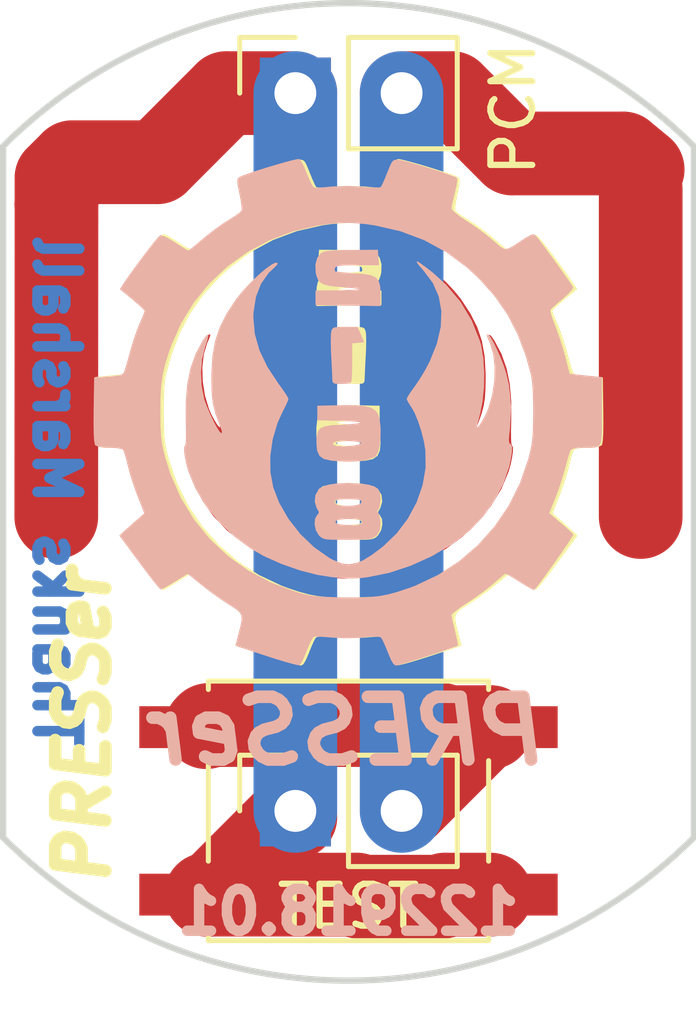
<source format=kicad_pcb>
(kicad_pcb (version 20171130) (host pcbnew "(5.0.2)-1")

  (general
    (thickness 1.6)
    (drawings 11)
    (tracks 29)
    (zones 0)
    (modules 8)
    (nets 3)
  )

  (page A4)
  (layers
    (0 F.Cu signal)
    (31 B.Cu signal)
    (32 B.Adhes user)
    (33 F.Adhes user)
    (34 B.Paste user)
    (35 F.Paste user)
    (36 B.SilkS user)
    (37 F.SilkS user)
    (38 B.Mask user)
    (39 F.Mask user)
    (40 Dwgs.User user)
    (41 Cmts.User user)
    (42 Eco1.User user)
    (43 Eco2.User user)
    (44 Edge.Cuts user)
    (45 Margin user)
    (46 B.CrtYd user)
    (47 F.CrtYd user hide)
    (48 B.Fab user)
    (49 F.Fab user)
  )

  (setup
    (last_trace_width 2)
    (trace_clearance 0.2)
    (zone_clearance 0.508)
    (zone_45_only no)
    (trace_min 0.2)
    (segment_width 0.2)
    (edge_width 0.15)
    (via_size 0.8)
    (via_drill 0.4)
    (via_min_size 0.4)
    (via_min_drill 0.3)
    (uvia_size 0.3)
    (uvia_drill 0.1)
    (uvias_allowed no)
    (uvia_min_size 0.2)
    (uvia_min_drill 0.1)
    (pcb_text_width 0.3)
    (pcb_text_size 1.5 1.5)
    (mod_edge_width 0.15)
    (mod_text_size 1 1)
    (mod_text_width 0.15)
    (pad_size 1.524 1.524)
    (pad_drill 0.762)
    (pad_to_mask_clearance 0.051)
    (solder_mask_min_width 0.25)
    (aux_axis_origin 0 0)
    (visible_elements 7FFFFFFF)
    (pcbplotparams
      (layerselection 0x010fc_ffffffff)
      (usegerberextensions false)
      (usegerberattributes false)
      (usegerberadvancedattributes false)
      (creategerberjobfile false)
      (excludeedgelayer true)
      (linewidth 0.100000)
      (plotframeref false)
      (viasonmask false)
      (mode 1)
      (useauxorigin false)
      (hpglpennumber 1)
      (hpglpenspeed 20)
      (hpglpendiameter 15.000000)
      (psnegative false)
      (psa4output false)
      (plotreference true)
      (plotvalue true)
      (plotinvisibletext false)
      (padsonsilk false)
      (subtractmaskfromsilk false)
      (outputformat 1)
      (mirror false)
      (drillshape 1)
      (scaleselection 1)
      (outputdirectory ""))
  )

  (net 0 "")
  (net 1 "Net-(J1-Pad2)")
  (net 2 "Net-(J1-Pad1)")

  (net_class Default "This is the default net class."
    (clearance 0.2)
    (trace_width 2)
    (via_dia 0.8)
    (via_drill 0.4)
    (uvia_dia 0.3)
    (uvia_drill 0.1)
    (add_net "Net-(J1-Pad1)")
    (add_net "Net-(J1-Pad2)")
  )

  (module Connector_PinSocket_2.54mm:PinSocket_1x02_P2.54mm_Vertical (layer F.Cu) (tedit 5C27F509) (tstamp 5C3566DC)
    (at 138.43 96.52 90)
    (descr "Through hole straight socket strip, 1x02, 2.54mm pitch, single row (from Kicad 4.0.7), script generated")
    (tags "Through hole socket strip THT 1x02 2.54mm single row")
    (path /5C27DFAF)
    (fp_text reference J1 (at 0 -2.77 90) (layer F.SilkS) hide
      (effects (font (size 1 1) (thickness 0.15)))
    )
    (fp_text value TEST (at 0 5.31 90) (layer F.Fab)
      (effects (font (size 1 1) (thickness 0.15)))
    )
    (fp_text user %R (at 0 1.27 180) (layer F.Fab)
      (effects (font (size 1 1) (thickness 0.15)))
    )
    (fp_line (start -1.8 4.3) (end -1.8 -1.8) (layer F.CrtYd) (width 0.05))
    (fp_line (start 1.75 4.3) (end -1.8 4.3) (layer F.CrtYd) (width 0.05))
    (fp_line (start 1.75 -1.8) (end 1.75 4.3) (layer F.CrtYd) (width 0.05))
    (fp_line (start -1.8 -1.8) (end 1.75 -1.8) (layer F.CrtYd) (width 0.05))
    (fp_line (start 0 -1.33) (end 1.33 -1.33) (layer F.SilkS) (width 0.12))
    (fp_line (start 1.33 -1.33) (end 1.33 0) (layer F.SilkS) (width 0.12))
    (fp_line (start 1.33 1.27) (end 1.33 3.87) (layer F.SilkS) (width 0.12))
    (fp_line (start -1.33 3.87) (end 1.33 3.87) (layer F.SilkS) (width 0.12))
    (fp_line (start -1.33 1.27) (end -1.33 3.87) (layer F.SilkS) (width 0.12))
    (fp_line (start -1.33 1.27) (end 1.33 1.27) (layer F.SilkS) (width 0.12))
    (fp_line (start -1.27 3.81) (end -1.27 -1.27) (layer F.Fab) (width 0.1))
    (fp_line (start 1.27 3.81) (end -1.27 3.81) (layer F.Fab) (width 0.1))
    (fp_line (start 1.27 -0.635) (end 1.27 3.81) (layer F.Fab) (width 0.1))
    (fp_line (start 0.635 -1.27) (end 1.27 -0.635) (layer F.Fab) (width 0.1))
    (fp_line (start -1.27 -1.27) (end 0.635 -1.27) (layer F.Fab) (width 0.1))
    (pad 2 thru_hole oval (at 0 2.54 90) (size 1.7 1.7) (drill 1) (layers *.Cu *.Mask)
      (net 1 "Net-(J1-Pad2)"))
    (pad 1 thru_hole rect (at 0 0 90) (size 1.7 1.7) (drill 1) (layers *.Cu *.Mask)
      (net 2 "Net-(J1-Pad1)"))
  )

  (module Connector_PinSocket_2.54mm:PinSocket_1x02_P2.54mm_Vertical (layer F.Cu) (tedit 5C2800A6) (tstamp 5C7EF313)
    (at 138.43 79.375 90)
    (descr "Through hole straight socket strip, 1x02, 2.54mm pitch, single row (from Kicad 4.0.7), script generated")
    (tags "Through hole socket strip THT 1x02 2.54mm single row")
    (path /5C27DD4F)
    (fp_text reference PCM (at -0.381 5.207 270) (layer F.SilkS)
      (effects (font (size 1 1) (thickness 0.15)))
    )
    (fp_text value PCM (at 0 5.31 90) (layer F.Fab)
      (effects (font (size 1 1) (thickness 0.15)))
    )
    (fp_line (start -1.27 -1.27) (end 0.635 -1.27) (layer F.Fab) (width 0.1))
    (fp_line (start 0.635 -1.27) (end 1.27 -0.635) (layer F.Fab) (width 0.1))
    (fp_line (start 1.27 -0.635) (end 1.27 3.81) (layer F.Fab) (width 0.1))
    (fp_line (start 1.27 3.81) (end -1.27 3.81) (layer F.Fab) (width 0.1))
    (fp_line (start -1.27 3.81) (end -1.27 -1.27) (layer F.Fab) (width 0.1))
    (fp_line (start -1.33 1.27) (end 1.33 1.27) (layer F.SilkS) (width 0.12))
    (fp_line (start -1.33 1.27) (end -1.33 3.87) (layer F.SilkS) (width 0.12))
    (fp_line (start -1.33 3.87) (end 1.33 3.87) (layer F.SilkS) (width 0.12))
    (fp_line (start 1.33 1.27) (end 1.33 3.87) (layer F.SilkS) (width 0.12))
    (fp_line (start 1.33 -1.33) (end 1.33 0) (layer F.SilkS) (width 0.12))
    (fp_line (start 0 -1.33) (end 1.33 -1.33) (layer F.SilkS) (width 0.12))
    (fp_line (start -1.8 -1.8) (end 1.75 -1.8) (layer F.CrtYd) (width 0.05))
    (fp_line (start 1.75 -1.8) (end 1.75 4.3) (layer F.CrtYd) (width 0.05))
    (fp_line (start 1.75 4.3) (end -1.8 4.3) (layer F.CrtYd) (width 0.05))
    (fp_line (start -1.8 4.3) (end -1.8 -1.8) (layer F.CrtYd) (width 0.05))
    (fp_text user %R (at 0 1.27 180) (layer F.Fab)
      (effects (font (size 1 1) (thickness 0.15)))
    )
    (pad 1 thru_hole rect (at 0 0 90) (size 1.7 1.7) (drill 1) (layers *.Cu *.Mask)
      (net 2 "Net-(J1-Pad1)"))
    (pad 2 thru_hole oval (at 0 2.54 90) (size 1.7 1.7) (drill 1) (layers *.Cu *.Mask)
      (net 1 "Net-(J1-Pad2)"))
  )

  (module Button_Switch_SMD:SW_SPST_EVQQ2 (layer F.Cu) (tedit 5C27F505) (tstamp 5C7EF088)
    (at 139.7 96.52)
    (descr "Light Touch Switch, https://industrial.panasonic.com/cdbs/www-data/pdf/ATK0000/ATK0000CE28.pdf")
    (path /5C27F20D)
    (attr smd)
    (fp_text reference TEST (at 0 2.286) (layer F.SilkS)
      (effects (font (size 1 1) (thickness 0.15)))
    )
    (fp_text value TEST (at 0 4.25) (layer F.Fab)
      (effects (font (size 1 1) (thickness 0.15)))
    )
    (fp_line (start -3.25 -3) (end 3.25 -3) (layer F.Fab) (width 0.1))
    (fp_line (start 3.25 -3) (end 3.25 3) (layer F.Fab) (width 0.1))
    (fp_line (start 3.25 3) (end -3.25 3) (layer F.Fab) (width 0.1))
    (fp_line (start -3.25 3) (end -3.25 -3) (layer F.Fab) (width 0.1))
    (fp_text user %R (at 0.05 -3.95) (layer F.Fab)
      (effects (font (size 1 1) (thickness 0.15)))
    )
    (fp_line (start -5.25 -3.25) (end 5.25 -3.25) (layer F.CrtYd) (width 0.05))
    (fp_line (start 5.25 -3.25) (end 5.25 3.25) (layer F.CrtYd) (width 0.05))
    (fp_line (start 5.25 3.25) (end -5.25 3.25) (layer F.CrtYd) (width 0.05))
    (fp_line (start -5.25 3.25) (end -5.25 -3.25) (layer F.CrtYd) (width 0.05))
    (fp_line (start 3.35 -3.1) (end 3.35 -2.9) (layer F.SilkS) (width 0.12))
    (fp_line (start 3.35 3.1) (end 3.35 2.9) (layer F.SilkS) (width 0.12))
    (fp_line (start -3.35 3.1) (end -3.35 2.9) (layer F.SilkS) (width 0.12))
    (fp_line (start -3.35 -3.1) (end -3.35 -2.9) (layer F.SilkS) (width 0.12))
    (fp_line (start -3.35 -1.2) (end -3.35 1.2) (layer F.SilkS) (width 0.12))
    (fp_line (start 3.35 -1.2) (end 3.35 1.2) (layer F.SilkS) (width 0.12))
    (fp_line (start 3.35 -3.1) (end -3.35 -3.1) (layer F.SilkS) (width 0.12))
    (fp_line (start -3.35 3.1) (end 3.35 3.1) (layer F.SilkS) (width 0.12))
    (fp_circle (center 0 0) (end 1.9 0) (layer F.Fab) (width 0.1))
    (fp_circle (center 0 0) (end 1.5 0) (layer F.Fab) (width 0.1))
    (pad 1 smd rect (at 3.4 -2) (size 3.2 1) (layers F.Cu F.Paste F.Mask)
      (net 1 "Net-(J1-Pad2)"))
    (pad 1 smd rect (at -3.4 -2) (size 3.2 1) (layers F.Cu F.Paste F.Mask)
      (net 1 "Net-(J1-Pad2)"))
    (pad 2 smd rect (at -3.4 2) (size 3.2 1) (layers F.Cu F.Paste F.Mask)
      (net 2 "Net-(J1-Pad1)"))
    (pad 2 smd rect (at 3.4 2) (size 3.2 1) (layers F.Cu F.Paste F.Mask)
      (net 2 "Net-(J1-Pad1)"))
    (model ${KISYS3DMOD}/Button_Switch_SMD.3dshapes/SW_SPST_EVQQ2.wrl
      (at (xyz 0 0 0))
      (scale (xyz 1 1 1))
      (rotate (xyz 0 0 0))
    )
  )

  (module small_gear_footprints:12mm_gear (layer F.Cu) (tedit 0) (tstamp 5C667004)
    (at 139.7 86.995)
    (fp_text reference G*** (at 0 0) (layer F.SilkS) hide
      (effects (font (size 1.524 1.524) (thickness 0.3)))
    )
    (fp_text value LOGO (at 0.75 0) (layer F.SilkS) hide
      (effects (font (size 1.524 1.524) (thickness 0.3)))
    )
    (fp_poly (pts (xy -0.075637 -3.868803) (xy 0.185473 -3.864867) (xy 0.375518 -3.856708) (xy 0.508052 -3.842986)
      (xy 0.596627 -3.822362) (xy 0.64945 -3.797127) (xy 0.740122 -3.69039) (xy 0.785218 -3.531415)
      (xy 0.780039 -3.342108) (xy 0.76352 -3.265314) (xy 0.727543 -3.168759) (xy 0.67059 -3.099223)
      (xy 0.578625 -3.050782) (xy 0.437611 -3.017513) (xy 0.233509 -2.993494) (xy 0.092876 -2.982339)
      (xy -0.075064 -2.968156) (xy -0.202923 -2.953338) (xy -0.273395 -2.940112) (xy -0.281275 -2.934164)
      (xy -0.233728 -2.92603) (xy -0.118477 -2.918275) (xy 0.047519 -2.911747) (xy 0.247299 -2.907291)
      (xy 0.260848 -2.907096) (xy 0.783166 -2.899833) (xy 0.783166 -2.561166) (xy -0.762 -2.53809)
      (xy -0.762 -2.816136) (xy -0.754373 -2.994953) (xy -0.723264 -3.122555) (xy -0.656335 -3.208681)
      (xy -0.541248 -3.263069) (xy -0.365665 -3.295458) (xy -0.130232 -3.314804) (xy 0.053414 -3.327763)
      (xy 0.203405 -3.341682) (xy 0.30102 -3.354625) (xy 0.328357 -3.362246) (xy 0.333582 -3.414096)
      (xy 0.324058 -3.448341) (xy 0.299485 -3.476656) (xy 0.242403 -3.495684) (xy 0.139188 -3.507083)
      (xy -0.023785 -3.51251) (xy -0.212773 -3.513666) (xy -0.724535 -3.513666) (xy -0.711518 -3.693583)
      (xy -0.6985 -3.8735) (xy -0.075637 -3.868803)) (layer F.SilkS) (width 0.01))
    (fp_poly (pts (xy 0.238101 -2.030107) (xy 0.32963 -2.019909) (xy 0.376912 -1.994632) (xy 0.400152 -1.947498)
      (xy 0.406709 -1.923136) (xy 0.415787 -1.836233) (xy 0.418586 -1.688167) (xy 0.415024 -1.502217)
      (xy 0.408715 -1.362219) (xy 0.398018 -1.162447) (xy 0.389306 -0.983274) (xy 0.38369 -0.848465)
      (xy 0.382199 -0.79375) (xy 0.375519 -0.723904) (xy 0.342529 -0.689627) (xy 0.26096 -0.678326)
      (xy 0.176388 -0.677333) (xy 0.05098 -0.682733) (xy -0.036355 -0.696452) (xy -0.056445 -0.705555)
      (xy -0.067968 -0.75706) (xy -0.077219 -0.874504) (xy -0.083109 -1.039171) (xy -0.084667 -1.189833)
      (xy -0.084667 -1.645889) (xy -0.226642 -1.659028) (xy -0.368616 -1.672166) (xy -0.291878 -1.852083)
      (xy -0.215139 -2.032) (xy 0.082124 -2.032) (xy 0.238101 -2.030107)) (layer F.SilkS) (width 0.01))
    (fp_poly (pts (xy 0.221064 -0.160062) (xy 0.740833 -0.148166) (xy 0.740833 0.1905) (xy 0.22225 0.202386)
      (xy 0.023948 0.209701) (xy -0.139347 0.220996) (xy -0.251443 0.23477) (xy -0.296146 0.24952)
      (xy -0.296334 0.250502) (xy -0.256934 0.266884) (xy -0.150435 0.282764) (xy 0.005609 0.296049)
      (xy 0.144764 0.303059) (xy 0.386015 0.316606) (xy 0.555201 0.342138) (xy 0.664857 0.388247)
      (xy 0.727517 0.463529) (xy 0.755715 0.576575) (xy 0.762 0.726228) (xy 0.74603 0.917113)
      (xy 0.689907 1.042516) (xy 0.581312 1.116913) (xy 0.407922 1.154784) (xy 0.396189 1.156102)
      (xy 0.098913 1.177357) (xy -0.167072 1.175104) (xy -0.382337 1.150049) (xy -0.4794 1.124248)
      (xy -0.583828 1.084519) (xy -0.64694 1.056251) (xy -0.653583 1.051656) (xy -0.707375 0.941403)
      (xy -0.74429 0.77378) (xy -0.747415 0.740834) (xy -0.307956 0.740834) (xy -0.262107 0.772555)
      (xy -0.156943 0.797496) (xy -0.017662 0.814021) (xy 0.130543 0.820495) (xy 0.262473 0.815284)
      (xy 0.352935 0.796752) (xy 0.372142 0.784968) (xy 0.369732 0.738908) (xy 0.352909 0.716976)
      (xy 0.294158 0.696994) (xy 0.183992 0.686635) (xy 0.046299 0.685038) (xy -0.095037 0.691338)
      (xy -0.216126 0.704675) (xy -0.293083 0.724186) (xy -0.307956 0.740834) (xy -0.747415 0.740834)
      (xy -0.763186 0.574608) (xy -0.762924 0.369708) (xy -0.742361 0.184903) (xy -0.700355 0.046013)
      (xy -0.698218 0.041787) (xy -0.636619 -0.039547) (xy -0.541113 -0.098203) (xy -0.400605 -0.136617)
      (xy -0.204002 -0.157225) (xy 0.059791 -0.162462) (xy 0.221064 -0.160062)) (layer F.SilkS) (width 0.01))
    (fp_poly (pts (xy 0.291074 1.709223) (xy 0.506017 1.747104) (xy 0.659361 1.80871) (xy 0.704428 1.84358)
      (xy 0.78435 1.978105) (xy 0.802432 2.138954) (xy 0.75597 2.291857) (xy 0.741611 2.314376)
      (xy 0.701376 2.386568) (xy 0.717261 2.433675) (xy 0.741611 2.455979) (xy 0.795322 2.549533)
      (xy 0.805531 2.682267) (xy 0.77492 2.822399) (xy 0.706169 2.938148) (xy 0.700424 2.944091)
      (xy 0.653535 2.986876) (xy 0.603017 3.015828) (xy 0.532429 3.03351) (xy 0.425333 3.042482)
      (xy 0.265287 3.045305) (xy 0.05484 3.044658) (xy -0.155427 3.041635) (xy -0.338151 3.035796)
      (xy -0.474914 3.027954) (xy -0.547301 3.018921) (xy -0.550334 3.017967) (xy -0.678006 2.940998)
      (xy -0.745437 2.818566) (xy -0.762 2.668906) (xy -0.75824 2.62204) (xy -0.332997 2.62204)
      (xy -0.318679 2.665094) (xy -0.257895 2.691311) (xy -0.123301 2.702445) (xy 0.014183 2.700532)
      (xy 0.179051 2.689756) (xy 0.274009 2.67167) (xy 0.313732 2.642604) (xy 0.3175 2.624667)
      (xy 0.297473 2.588684) (xy 0.2276 2.56573) (xy 0.093192 2.551976) (xy 0.025363 2.548504)
      (xy -0.173608 2.549581) (xy -0.292551 2.573921) (xy -0.332997 2.62204) (xy -0.75824 2.62204)
      (xy -0.751653 2.539966) (xy -0.725547 2.443847) (xy -0.7112 2.421467) (xy -0.682198 2.36386)
      (xy -0.7112 2.319867) (xy -0.741461 2.249547) (xy -0.759642 2.129981) (xy -0.759994 2.120535)
      (xy -0.316698 2.120535) (xy -0.306808 2.165318) (xy -0.290783 2.186855) (xy -0.224184 2.21761)
      (xy -0.103708 2.237514) (xy 0.040355 2.244893) (xy 0.177713 2.23807) (xy 0.271704 2.217971)
      (xy 0.330096 2.165369) (xy 0.338666 2.133304) (xy 0.317513 2.101295) (xy 0.244951 2.082717)
      (xy 0.107326 2.074977) (xy 0.028222 2.074334) (xy -0.15859 2.078361) (xy -0.270427 2.092656)
      (xy -0.316698 2.120535) (xy -0.759994 2.120535) (xy -0.762 2.066843) (xy -0.749652 1.93215)
      (xy -0.703811 1.838484) (xy -0.611287 1.776389) (xy -0.458888 1.736413) (xy -0.267201 1.712257)
      (xy 0.028635 1.696972) (xy 0.291074 1.709223)) (layer F.SilkS) (width 0.01))
    (fp_poly (pts (xy 1.23083 -6.03667) (xy 1.350842 -6.009437) (xy 1.51801 -5.96521) (xy 1.715788 -5.908988)
      (xy 1.92763 -5.845767) (xy 2.136987 -5.780545) (xy 2.327314 -5.718319) (xy 2.482064 -5.664087)
      (xy 2.58469 -5.622846) (xy 2.612985 -5.607466) (xy 2.643002 -5.575621) (xy 2.654347 -5.524941)
      (xy 2.646545 -5.436721) (xy 2.619123 -5.29226) (xy 2.603096 -5.217047) (xy 2.571244 -5.051159)
      (xy 2.552097 -4.913466) (xy 2.548715 -4.827588) (xy 2.551143 -4.815688) (xy 2.596448 -4.76786)
      (xy 2.696212 -4.693804) (xy 2.830631 -4.607956) (xy 2.859694 -4.590779) (xy 3.023686 -4.485235)
      (xy 3.217077 -4.345968) (xy 3.407251 -4.196891) (xy 3.477185 -4.138083) (xy 3.616735 -4.019439)
      (xy 3.731864 -3.924862) (xy 3.80813 -3.866021) (xy 3.830857 -3.852333) (xy 3.874059 -3.87421)
      (xy 3.969491 -3.932467) (xy 4.099253 -4.01605) (xy 4.14757 -4.047978) (xy 4.289485 -4.135527)
      (xy 4.409291 -4.197051) (xy 4.486796 -4.222586) (xy 4.499357 -4.221533) (xy 4.53991 -4.18257)
      (xy 4.619569 -4.088126) (xy 4.72819 -3.951591) (xy 4.855628 -3.786349) (xy 4.991737 -3.605789)
      (xy 5.126373 -3.423299) (xy 5.24939 -3.252264) (xy 5.350644 -3.106074) (xy 5.390564 -3.045505)
      (xy 5.460137 -2.937177) (xy 5.164235 -2.693747) (xy 5.033514 -2.582691) (xy 4.932329 -2.490033)
      (xy 4.875502 -2.429671) (xy 4.868333 -2.416347) (xy 4.884704 -2.363364) (xy 4.927727 -2.256319)
      (xy 4.988265 -2.117882) (xy 4.991377 -2.111009) (xy 5.057887 -1.94566) (xy 5.13144 -1.73353)
      (xy 5.199982 -1.510321) (xy 5.225596 -1.417237) (xy 5.275619 -1.233573) (xy 5.321435 -1.076742)
      (xy 5.356819 -0.967472) (xy 5.371512 -0.931333) (xy 5.424633 -0.893053) (xy 5.541921 -0.865747)
      (xy 5.733353 -0.847127) (xy 5.740543 -0.846666) (xy 6.074833 -0.8255) (xy 6.086391 -0.047845)
      (xy 6.088811 0.272495) (xy 6.085192 0.512582) (xy 6.075347 0.676627) (xy 6.05909 0.768841)
      (xy 6.049457 0.788238) (xy 5.969521 0.82651) (xy 5.80905 0.844852) (xy 5.715 0.846667)
      (xy 5.538376 0.854877) (xy 5.422625 0.877996) (xy 5.386969 0.899584) (xy 5.357923 0.964652)
      (xy 5.319829 1.087936) (xy 5.280222 1.244622) (xy 5.274499 1.27) (xy 5.226151 1.454042)
      (xy 5.156161 1.678702) (xy 5.076424 1.906857) (xy 5.039656 2.002991) (xy 4.875218 2.418482)
      (xy 5.007392 2.532158) (xy 5.120957 2.63146) (xy 5.253386 2.749471) (xy 5.305642 2.796672)
      (xy 5.471717 2.94751) (xy 4.997009 3.590422) (xy 4.846584 3.791777) (xy 4.712092 3.967326)
      (xy 4.601921 4.106484) (xy 4.524454 4.198668) (xy 4.488076 4.233294) (xy 4.487662 4.233334)
      (xy 4.437987 4.212456) (xy 4.335734 4.156827) (xy 4.19988 4.076954) (xy 4.147888 4.045205)
      (xy 3.842754 3.857077) (xy 3.51923 4.120412) (xy 3.329201 4.267754) (xy 3.113608 4.423777)
      (xy 2.912129 4.559993) (xy 2.867853 4.588088) (xy 2.709422 4.689039) (xy 2.608496 4.769454)
      (xy 2.557481 4.85041) (xy 2.548784 4.95298) (xy 2.574812 5.098241) (xy 2.619925 5.276243)
      (xy 2.6984 5.57832) (xy 1.961789 5.820045) (xy 1.72432 5.896028) (xy 1.512953 5.959989)
      (xy 1.341405 6.00807) (xy 1.223394 6.036418) (xy 1.173505 6.041614) (xy 1.135454 5.994726)
      (xy 1.080648 5.888322) (xy 1.01943 5.743096) (xy 1.004275 5.702987) (xy 0.942738 5.551121)
      (xy 0.884524 5.432796) (xy 0.840149 5.368777) (xy 0.832466 5.363698) (xy 0.767805 5.358355)
      (xy 0.641958 5.362013) (xy 0.477822 5.373776) (xy 0.409036 5.3803) (xy 0.099703 5.396221)
      (xy -0.228599 5.387547) (xy -0.350455 5.377338) (xy -0.550969 5.359877) (xy -0.682207 5.357364)
      (xy -0.758294 5.370156) (xy -0.78629 5.388395) (xy -0.822625 5.451062) (xy -0.877 5.569622)
      (xy -0.938656 5.720351) (xy -0.948814 5.74675) (xy -1.022011 5.920113) (xy -1.082055 6.018467)
      (xy -1.133733 6.049548) (xy -1.136158 6.049476) (xy -1.198228 6.035434) (xy -1.325872 5.999177)
      (xy -1.504308 5.945156) (xy -1.718753 5.877824) (xy -1.898067 5.820048) (xy -2.125587 5.74529)
      (xy -2.323686 5.67895) (xy -2.478898 5.62564) (xy -2.577753 5.58997) (xy -2.607208 5.577237)
      (xy -2.605624 5.53099) (xy -2.585878 5.423614) (xy -2.551935 5.275707) (xy -2.540058 5.228393)
      (xy -2.500298 5.066902) (xy -2.470545 4.934571) (xy -2.45599 4.85483) (xy -2.455334 4.845897)
      (xy -2.489063 4.803341) (xy -2.580191 4.728659) (xy -2.713634 4.633476) (xy -2.830258 4.556991)
      (xy -3.026029 4.425681) (xy -3.229564 4.277407) (xy -3.407506 4.136855) (xy -3.466859 4.085822)
      (xy -3.589908 3.978507) (xy -3.68842 3.897207) (xy -3.746031 3.855264) (xy -3.753215 3.852334)
      (xy -3.797693 3.873541) (xy -3.895689 3.930251) (xy -4.02956 4.012091) (xy -4.095324 4.053417)
      (xy -4.23859 4.142026) (xy -4.353114 4.208833) (xy -4.421617 4.243939) (xy -4.432812 4.246762)
      (xy -4.467746 4.209441) (xy -4.540332 4.116266) (xy -4.641303 3.980356) (xy -4.761389 3.814828)
      (xy -4.891324 3.632798) (xy -5.02184 3.447384) (xy -5.143669 3.271703) (xy -5.247543 3.118873)
      (xy -5.324194 3.00201) (xy -5.364355 2.934233) (xy -5.368012 2.923117) (xy -5.33179 2.882715)
      (xy -5.246096 2.802814) (xy -5.12669 2.697888) (xy -5.072978 2.65212) (xy -4.790789 2.41374)
      (xy -4.9331 2.06412) (xy -5.014145 1.847705) (xy -5.09725 1.597832) (xy -5.166179 1.363709)
      (xy -5.174159 1.3335) (xy -5.221085 1.160131) (xy -5.26393 1.015397) (xy -5.296145 0.920866)
      (xy -5.305953 0.899584) (xy -5.370853 0.867317) (xy -5.511276 0.849678) (xy -5.62937 0.846667)
      (xy -5.772415 0.847719) (xy -5.879234 0.843726) (xy -5.955084 0.823961) (xy -6.005225 0.777699)
      (xy -6.034913 0.694215) (xy -6.049408 0.562782) (xy -6.053966 0.372676) (xy -6.053847 0.113171)
      (xy -6.053722 0.021167) (xy -4.418805 0.021167) (xy -4.415382 0.294975) (xy -4.407578 0.506604)
      (xy -4.39297 0.678519) (xy -4.369136 0.833185) (xy -4.333655 0.993067) (xy -4.300127 1.121834)
      (xy -4.102035 1.698138) (xy -3.831683 2.236973) (xy -3.494853 2.732097) (xy -3.097326 3.177271)
      (xy -2.644883 3.566255) (xy -2.143306 3.892808) (xy -1.598375 4.150692) (xy -1.439334 4.209562)
      (xy -1.183071 4.294377) (xy -0.959066 4.355895) (xy -0.745086 4.397186) (xy -0.5189 4.421321)
      (xy -0.258278 4.43137) (xy 0.059014 4.430405) (xy 0.148166 4.428835) (xy 0.427847 4.421963)
      (xy 0.64282 4.412284) (xy 0.813044 4.397479) (xy 0.958477 4.375227) (xy 1.099078 4.343209)
      (xy 1.248833 4.30089) (xy 1.842023 4.081613) (xy 2.387663 3.794458) (xy 2.881714 3.443566)
      (xy 3.32014 3.033082) (xy 3.698903 2.567148) (xy 4.013966 2.049907) (xy 4.261291 1.485503)
      (xy 4.388028 1.0795) (xy 4.433403 0.897098) (xy 4.464993 0.735531) (xy 4.485309 0.571268)
      (xy 4.496861 0.380779) (xy 4.502161 0.140534) (xy 4.503225 0) (xy 4.499645 -0.344995)
      (xy 4.482373 -0.632298) (xy 4.447145 -0.888355) (xy 4.389698 -1.139615) (xy 4.305768 -1.412525)
      (xy 4.249485 -1.573888) (xy 4.009236 -2.121039) (xy 3.699498 -2.625206) (xy 3.326494 -3.081295)
      (xy 2.896449 -3.484214) (xy 2.415587 -3.828872) (xy 1.890132 -4.110175) (xy 1.326308 -4.323032)
      (xy 0.730339 -4.462351) (xy 0.71613 -4.464678) (xy 0.326531 -4.513881) (xy -0.029518 -4.525128)
      (xy -0.394149 -4.498418) (xy -0.631465 -4.464678) (xy -1.240607 -4.325883) (xy -1.808279 -4.113386)
      (xy -2.336245 -3.82628) (xy -2.826273 -3.463657) (xy -3.133329 -3.178926) (xy -3.497324 -2.770007)
      (xy -3.7982 -2.337211) (xy -4.043586 -1.86638) (xy -4.241111 -1.343354) (xy -4.367117 -0.889)
      (xy -4.392961 -0.724405) (xy -4.410273 -0.485694) (xy -4.418473 -0.183044) (xy -4.418805 0.021167)
      (xy -6.053722 0.021167) (xy -6.053667 -0.018825) (xy -6.053667 -0.832926) (xy -5.668119 -0.871546)
      (xy -5.282572 -0.910166) (xy -5.178991 -1.312333) (xy -5.114138 -1.540736) (xy -5.034252 -1.788793)
      (xy -4.954111 -2.011257) (xy -4.934989 -2.059486) (xy -4.874853 -2.218455) (xy -4.834004 -2.348813)
      (xy -4.818441 -2.43029) (xy -4.820867 -2.445027) (xy -4.864034 -2.489528) (xy -4.955407 -2.571816)
      (xy -5.077491 -2.676273) (xy -5.114735 -2.707317) (xy -5.246406 -2.825154) (xy -5.332349 -2.920336)
      (xy -5.361677 -2.98055) (xy -5.360636 -2.985513) (xy -5.33033 -3.034921) (xy -5.259742 -3.138386)
      (xy -5.158967 -3.281919) (xy -5.038105 -3.451533) (xy -4.907252 -3.633239) (xy -4.776506 -3.813048)
      (xy -4.655964 -3.976972) (xy -4.555724 -4.111022) (xy -4.485883 -4.20121) (xy -4.465796 -4.225176)
      (xy -4.425675 -4.246263) (xy -4.361434 -4.231076) (xy -4.2567 -4.173612) (xy -4.165896 -4.11521)
      (xy -3.988694 -3.997999) (xy -3.864747 -3.923773) (xy -3.774853 -3.891713) (xy -3.699815 -3.901001)
      (xy -3.62043 -3.950819) (xy -3.517498 -4.040347) (xy -3.467302 -4.085426) (xy -3.309947 -4.215508)
      (xy -3.112956 -4.363697) (xy -2.909724 -4.50527) (xy -2.830258 -4.55699) (xy -2.659984 -4.671398)
      (xy -2.534604 -4.768846) (xy -2.465711 -4.839848) (xy -2.456059 -4.863252) (xy -2.466636 -4.935645)
      (xy -2.493916 -5.064024) (xy -2.532364 -5.22268) (xy -2.539101 -5.248842) (xy -2.574512 -5.402581)
      (xy -2.593929 -5.523356) (xy -2.59404 -5.589259) (xy -2.591292 -5.594085) (xy -2.535131 -5.621589)
      (xy -2.414501 -5.666438) (xy -2.246522 -5.723361) (xy -2.048315 -5.787089) (xy -1.837002 -5.852351)
      (xy -1.629702 -5.913878) (xy -1.443538 -5.966401) (xy -1.295629 -6.004648) (xy -1.203098 -6.023351)
      (xy -1.193847 -6.024223) (xy -1.122871 -6.024628) (xy -1.07275 -6.005145) (xy -1.029915 -5.950006)
      (xy -0.980791 -5.84344) (xy -0.931159 -5.719012) (xy -0.869052 -5.567047) (xy -0.814998 -5.445973)
      (xy -0.778796 -5.377466) (xy -0.774041 -5.37144) (xy -0.719675 -5.36085) (xy -0.601444 -5.360273)
      (xy -0.439512 -5.369367) (xy -0.333579 -5.37893) (xy 0.039658 -5.399133) (xy 0.391845 -5.38459)
      (xy 0.424199 -5.381191) (xy 0.592495 -5.365306) (xy 0.730918 -5.357648) (xy 0.816001 -5.359339)
      (xy 0.827759 -5.361891) (xy 0.866272 -5.408585) (xy 0.922063 -5.514716) (xy 0.984657 -5.659731)
      (xy 1.000875 -5.70159) (xy 1.063598 -5.853503) (xy 1.122359 -5.972014) (xy 1.166644 -6.036518)
      (xy 1.174521 -6.041912) (xy 1.23083 -6.03667)) (layer F.SilkS) (width 0.01))
  )

  (module small_gear_footprints:12mm_wings_fcu (layer F.Cu) (tedit 5C27FDBF) (tstamp 5C72B075)
    (at 139.7 86.995)
    (fp_text reference G*** (at 0 0) (layer F.SilkS) hide
      (effects (font (size 1.524 1.524) (thickness 0.3)))
    )
    (fp_text value LOGO (at 0.75 0) (layer F.SilkS) hide
      (effects (font (size 1.524 1.524) (thickness 0.3)))
    )
    (fp_poly (pts (xy -1.642923 -3.57059) (xy -1.697262 -3.497556) (xy -1.787757 -3.394525) (xy -1.796335 -3.385315)
      (xy -2.018269 -3.090662) (xy -2.161303 -2.766446) (xy -2.225342 -2.414056) (xy -2.210291 -2.034883)
      (xy -2.116056 -1.630315) (xy -1.944841 -1.2065) (xy -1.841233 -1.010188) (xy -1.719028 -0.805378)
      (xy -1.602591 -0.632614) (xy -1.589181 -0.614666) (xy -1.496305 -0.486609) (xy -1.428091 -0.38168)
      (xy -1.397534 -0.320074) (xy -1.397 -0.315974) (xy -1.420396 -0.25595) (xy -1.478952 -0.16065)
      (xy -1.504157 -0.125207) (xy -1.586383 0.019352) (xy -1.669873 0.222239) (xy -1.746224 0.457668)
      (xy -1.807034 0.699855) (xy -1.84298 0.914659) (xy -1.848391 1.326336) (xy -1.776892 1.743322)
      (xy -1.634247 2.152663) (xy -1.426219 2.541403) (xy -1.158572 2.896587) (xy -0.837068 3.205259)
      (xy -0.816677 3.221631) (xy -0.559209 3.415189) (xy -0.343494 3.547933) (xy -0.15547 3.622718)
      (xy 0.018921 3.642397) (xy 0.193741 3.609824) (xy 0.383049 3.527851) (xy 0.465898 3.481917)
      (xy 0.826266 3.229227) (xy 1.154594 2.914213) (xy 1.437453 2.553773) (xy 1.661416 2.164805)
      (xy 1.803052 1.799167) (xy 1.870044 1.438792) (xy 1.873457 1.047316) (xy 1.815931 0.646402)
      (xy 1.700103 0.25771) (xy 1.584104 0.001386) (xy 1.513243 -0.138281) (xy 1.461646 -0.250768)
      (xy 1.43953 -0.313653) (xy 1.439333 -0.316321) (xy 1.463359 -0.367781) (xy 1.52763 -0.468281)
      (xy 1.620436 -0.600007) (xy 1.668467 -0.664831) (xy 1.940706 -1.074511) (xy 2.131811 -1.473984)
      (xy 2.243798 -1.868998) (xy 2.278684 -2.265303) (xy 2.273992 -2.391833) (xy 2.215816 -2.755594)
      (xy 2.094063 -3.069222) (xy 1.910761 -3.328321) (xy 1.788583 -3.442656) (xy 1.710113 -3.520989)
      (xy 1.699463 -3.564279) (xy 1.752017 -3.561797) (xy 1.824689 -3.526643) (xy 1.975269 -3.420919)
      (xy 2.155627 -3.267047) (xy 2.345193 -3.084948) (xy 2.5234 -2.894545) (xy 2.669678 -2.715761)
      (xy 2.688313 -2.69017) (xy 2.911199 -2.34925) (xy 3.074031 -2.026795) (xy 3.183844 -1.700135)
      (xy 3.247672 -1.346598) (xy 3.272549 -0.943515) (xy 3.27345 -0.804333) (xy 3.269176 -0.538582)
      (xy 3.25506 -0.327761) (xy 3.225508 -0.143782) (xy 3.174922 0.04144) (xy 3.097708 0.255993)
      (xy 3.026754 0.433917) (xy 3.019802 0.494423) (xy 3.038227 0.508) (xy 3.080934 0.471537)
      (xy 3.145256 0.374127) (xy 3.222138 0.233745) (xy 3.30253 0.068363) (xy 3.377378 -0.104047)
      (xy 3.437631 -0.265513) (xy 3.454006 -0.3175) (xy 3.515423 -0.624706) (xy 3.531914 -0.955083)
      (xy 3.504035 -1.276639) (xy 3.432394 -1.557257) (xy 3.377346 -1.720505) (xy 3.357813 -1.816993)
      (xy 3.372774 -1.843612) (xy 3.421207 -1.797249) (xy 3.481879 -1.707916) (xy 3.651682 -1.388123)
      (xy 3.773788 -1.044838) (xy 3.851085 -0.664415) (xy 3.886462 -0.233211) (xy 3.885258 0.197666)
      (xy 3.879482 0.449275) (xy 3.880996 0.639236) (xy 3.889546 0.760063) (xy 3.904881 0.804265)
      (xy 3.905637 0.804334) (xy 3.925725 0.841844) (xy 3.92463 0.94186) (xy 3.904879 1.085606)
      (xy 3.868998 1.254309) (xy 3.823043 1.418167) (xy 3.650546 1.832777) (xy 3.404489 2.236176)
      (xy 3.095972 2.615941) (xy 2.736094 2.959645) (xy 2.335955 3.254863) (xy 2.022691 3.433681)
      (xy 1.600594 3.6223) (xy 1.162426 3.775239) (xy 0.734888 3.884246) (xy 0.394325 3.936738)
      (xy 0.171919 3.95729) (xy 0.007102 3.968373) (xy -0.126671 3.970009) (xy -0.255943 3.962218)
      (xy -0.407259 3.94502) (xy -0.465667 3.937401) (xy -0.973905 3.834472) (xy -1.490255 3.663917)
      (xy -1.993247 3.435642) (xy -2.461408 3.15955) (xy -2.873266 2.845548) (xy -2.916987 2.806605)
      (xy -3.224873 2.480842) (xy -3.487669 2.108722) (xy -3.695005 1.708894) (xy -3.836508 1.300009)
      (xy -3.884138 1.067338) (xy -3.902908 0.913159) (xy -3.901141 0.822584) (xy -3.877757 0.776817)
      (xy -3.866988 0.769359) (xy -3.84038 0.738336) (xy -3.830126 0.673333) (xy -3.835774 0.557797)
      (xy -3.856332 0.379355) (xy -3.882309 -0.131395) (xy -3.831268 -0.639384) (xy -3.76643 -0.92553)
      (xy -3.712431 -1.093537) (xy -3.640588 -1.280698) (xy -3.559747 -1.467779) (xy -3.478756 -1.635544)
      (xy -3.406463 -1.764762) (xy -3.351714 -1.836198) (xy -3.345388 -1.840848) (xy -3.312671 -1.855801)
      (xy -3.30752 -1.834958) (xy -3.332739 -1.76425) (xy -3.384536 -1.644511) (xy -3.463652 -1.382778)
      (xy -3.498182 -1.072374) (xy -3.488815 -0.736171) (xy -3.436243 -0.397042) (xy -3.341155 -0.077859)
      (xy -3.33692 -0.066959) (xy -3.277812 0.065838) (xy -3.208977 0.194913) (xy -3.142381 0.300826)
      (xy -3.089988 0.36414) (xy -3.066915 0.371693) (xy -3.07072 0.327239) (xy -3.093565 0.222181)
      (xy -3.130829 0.077209) (xy -3.140737 0.041172) (xy -3.200496 -0.252745) (xy -3.2333 -0.5895)
      (xy -3.239161 -0.941408) (xy -3.218092 -1.280783) (xy -3.170105 -1.579937) (xy -3.139958 -1.693333)
      (xy -2.944253 -2.183437) (xy -2.674752 -2.633047) (xy -2.333689 -3.038922) (xy -2.012517 -3.328595)
      (xy -1.867619 -3.441627) (xy -1.745684 -3.531364) (xy -1.662548 -3.586455) (xy -1.636233 -3.598333)
      (xy -1.642923 -3.57059)) (layer F.Cu) (width 0.01))
  )

  (module small_gear_footprints:12mm_wings_fmask (layer F.Cu) (tedit 5C27FE22) (tstamp 5C7EEF3A)
    (at 139.7 86.995)
    (fp_text reference G*** (at 0 0) (layer F.SilkS) hide
      (effects (font (size 1.524 1.524) (thickness 0.3)))
    )
    (fp_text value LOGO (at 0.75 0) (layer F.SilkS) hide
      (effects (font (size 1.524 1.524) (thickness 0.3)))
    )
    (fp_poly (pts (xy -1.642923 -3.57059) (xy -1.697262 -3.497556) (xy -1.787757 -3.394525) (xy -1.796335 -3.385315)
      (xy -2.018269 -3.090662) (xy -2.161303 -2.766446) (xy -2.225342 -2.414056) (xy -2.210291 -2.034883)
      (xy -2.116056 -1.630315) (xy -1.944841 -1.2065) (xy -1.841233 -1.010188) (xy -1.719028 -0.805378)
      (xy -1.602591 -0.632614) (xy -1.589181 -0.614666) (xy -1.496305 -0.486609) (xy -1.428091 -0.38168)
      (xy -1.397534 -0.320074) (xy -1.397 -0.315974) (xy -1.420396 -0.25595) (xy -1.478952 -0.16065)
      (xy -1.504157 -0.125207) (xy -1.586383 0.019352) (xy -1.669873 0.222239) (xy -1.746224 0.457668)
      (xy -1.807034 0.699855) (xy -1.84298 0.914659) (xy -1.848391 1.326336) (xy -1.776892 1.743322)
      (xy -1.634247 2.152663) (xy -1.426219 2.541403) (xy -1.158572 2.896587) (xy -0.837068 3.205259)
      (xy -0.816677 3.221631) (xy -0.559209 3.415189) (xy -0.343494 3.547933) (xy -0.15547 3.622718)
      (xy 0.018921 3.642397) (xy 0.193741 3.609824) (xy 0.383049 3.527851) (xy 0.465898 3.481917)
      (xy 0.826266 3.229227) (xy 1.154594 2.914213) (xy 1.437453 2.553773) (xy 1.661416 2.164805)
      (xy 1.803052 1.799167) (xy 1.870044 1.438792) (xy 1.873457 1.047316) (xy 1.815931 0.646402)
      (xy 1.700103 0.25771) (xy 1.584104 0.001386) (xy 1.513243 -0.138281) (xy 1.461646 -0.250768)
      (xy 1.43953 -0.313653) (xy 1.439333 -0.316321) (xy 1.463359 -0.367781) (xy 1.52763 -0.468281)
      (xy 1.620436 -0.600007) (xy 1.668467 -0.664831) (xy 1.940706 -1.074511) (xy 2.131811 -1.473984)
      (xy 2.243798 -1.868998) (xy 2.278684 -2.265303) (xy 2.273992 -2.391833) (xy 2.215816 -2.755594)
      (xy 2.094063 -3.069222) (xy 1.910761 -3.328321) (xy 1.788583 -3.442656) (xy 1.710113 -3.520989)
      (xy 1.699463 -3.564279) (xy 1.752017 -3.561797) (xy 1.824689 -3.526643) (xy 1.975269 -3.420919)
      (xy 2.155627 -3.267047) (xy 2.345193 -3.084948) (xy 2.5234 -2.894545) (xy 2.669678 -2.715761)
      (xy 2.688313 -2.69017) (xy 2.911199 -2.34925) (xy 3.074031 -2.026795) (xy 3.183844 -1.700135)
      (xy 3.247672 -1.346598) (xy 3.272549 -0.943515) (xy 3.27345 -0.804333) (xy 3.269176 -0.538582)
      (xy 3.25506 -0.327761) (xy 3.225508 -0.143782) (xy 3.174922 0.04144) (xy 3.097708 0.255993)
      (xy 3.026754 0.433917) (xy 3.019802 0.494423) (xy 3.038227 0.508) (xy 3.080934 0.471537)
      (xy 3.145256 0.374127) (xy 3.222138 0.233745) (xy 3.30253 0.068363) (xy 3.377378 -0.104047)
      (xy 3.437631 -0.265513) (xy 3.454006 -0.3175) (xy 3.515423 -0.624706) (xy 3.531914 -0.955083)
      (xy 3.504035 -1.276639) (xy 3.432394 -1.557257) (xy 3.377346 -1.720505) (xy 3.357813 -1.816993)
      (xy 3.372774 -1.843612) (xy 3.421207 -1.797249) (xy 3.481879 -1.707916) (xy 3.651682 -1.388123)
      (xy 3.773788 -1.044838) (xy 3.851085 -0.664415) (xy 3.886462 -0.233211) (xy 3.885258 0.197666)
      (xy 3.879482 0.449275) (xy 3.880996 0.639236) (xy 3.889546 0.760063) (xy 3.904881 0.804265)
      (xy 3.905637 0.804334) (xy 3.925725 0.841844) (xy 3.92463 0.94186) (xy 3.904879 1.085606)
      (xy 3.868998 1.254309) (xy 3.823043 1.418167) (xy 3.650546 1.832777) (xy 3.404489 2.236176)
      (xy 3.095972 2.615941) (xy 2.736094 2.959645) (xy 2.335955 3.254863) (xy 2.022691 3.433681)
      (xy 1.600594 3.6223) (xy 1.162426 3.775239) (xy 0.734888 3.884246) (xy 0.394325 3.936738)
      (xy 0.171919 3.95729) (xy 0.007102 3.968373) (xy -0.126671 3.970009) (xy -0.255943 3.962218)
      (xy -0.407259 3.94502) (xy -0.465667 3.937401) (xy -0.973905 3.834472) (xy -1.490255 3.663917)
      (xy -1.993247 3.435642) (xy -2.461408 3.15955) (xy -2.873266 2.845548) (xy -2.916987 2.806605)
      (xy -3.224873 2.480842) (xy -3.487669 2.108722) (xy -3.695005 1.708894) (xy -3.836508 1.300009)
      (xy -3.884138 1.067338) (xy -3.902908 0.913159) (xy -3.901141 0.822584) (xy -3.877757 0.776817)
      (xy -3.866988 0.769359) (xy -3.84038 0.738336) (xy -3.830126 0.673333) (xy -3.835774 0.557797)
      (xy -3.856332 0.379355) (xy -3.882309 -0.131395) (xy -3.831268 -0.639384) (xy -3.76643 -0.92553)
      (xy -3.712431 -1.093537) (xy -3.640588 -1.280698) (xy -3.559747 -1.467779) (xy -3.478756 -1.635544)
      (xy -3.406463 -1.764762) (xy -3.351714 -1.836198) (xy -3.345388 -1.840848) (xy -3.312671 -1.855801)
      (xy -3.30752 -1.834958) (xy -3.332739 -1.76425) (xy -3.384536 -1.644511) (xy -3.463652 -1.382778)
      (xy -3.498182 -1.072374) (xy -3.488815 -0.736171) (xy -3.436243 -0.397042) (xy -3.341155 -0.077859)
      (xy -3.33692 -0.066959) (xy -3.277812 0.065838) (xy -3.208977 0.194913) (xy -3.142381 0.300826)
      (xy -3.089988 0.36414) (xy -3.066915 0.371693) (xy -3.07072 0.327239) (xy -3.093565 0.222181)
      (xy -3.130829 0.077209) (xy -3.140737 0.041172) (xy -3.200496 -0.252745) (xy -3.2333 -0.5895)
      (xy -3.239161 -0.941408) (xy -3.218092 -1.280783) (xy -3.170105 -1.579937) (xy -3.139958 -1.693333)
      (xy -2.944253 -2.183437) (xy -2.674752 -2.633047) (xy -2.333689 -3.038922) (xy -2.012517 -3.328595)
      (xy -1.867619 -3.441627) (xy -1.745684 -3.531364) (xy -1.662548 -3.586455) (xy -1.636233 -3.598333)
      (xy -1.642923 -3.57059)) (layer F.Mask) (width 0.01))
  )

  (module small_gear_footprints:12mm_gear (layer B.Cu) (tedit 0) (tstamp 5C7EF1A0)
    (at 139.7 86.995 180)
    (fp_text reference G*** (at 0 0 180) (layer B.SilkS) hide
      (effects (font (size 1.524 1.524) (thickness 0.3)) (justify mirror))
    )
    (fp_text value LOGO (at 0.75 0 180) (layer B.SilkS) hide
      (effects (font (size 1.524 1.524) (thickness 0.3)) (justify mirror))
    )
    (fp_poly (pts (xy -0.075637 3.868803) (xy 0.185473 3.864867) (xy 0.375518 3.856708) (xy 0.508052 3.842986)
      (xy 0.596627 3.822362) (xy 0.64945 3.797127) (xy 0.740122 3.69039) (xy 0.785218 3.531415)
      (xy 0.780039 3.342108) (xy 0.76352 3.265314) (xy 0.727543 3.168759) (xy 0.67059 3.099223)
      (xy 0.578625 3.050782) (xy 0.437611 3.017513) (xy 0.233509 2.993494) (xy 0.092876 2.982339)
      (xy -0.075064 2.968156) (xy -0.202923 2.953338) (xy -0.273395 2.940112) (xy -0.281275 2.934164)
      (xy -0.233728 2.92603) (xy -0.118477 2.918275) (xy 0.047519 2.911747) (xy 0.247299 2.907291)
      (xy 0.260848 2.907096) (xy 0.783166 2.899833) (xy 0.783166 2.561166) (xy -0.762 2.53809)
      (xy -0.762 2.816136) (xy -0.754373 2.994953) (xy -0.723264 3.122555) (xy -0.656335 3.208681)
      (xy -0.541248 3.263069) (xy -0.365665 3.295458) (xy -0.130232 3.314804) (xy 0.053414 3.327763)
      (xy 0.203405 3.341682) (xy 0.30102 3.354625) (xy 0.328357 3.362246) (xy 0.333582 3.414096)
      (xy 0.324058 3.448341) (xy 0.299485 3.476656) (xy 0.242403 3.495684) (xy 0.139188 3.507083)
      (xy -0.023785 3.51251) (xy -0.212773 3.513666) (xy -0.724535 3.513666) (xy -0.711518 3.693583)
      (xy -0.6985 3.8735) (xy -0.075637 3.868803)) (layer B.SilkS) (width 0.01))
    (fp_poly (pts (xy 0.238101 2.030107) (xy 0.32963 2.019909) (xy 0.376912 1.994632) (xy 0.400152 1.947498)
      (xy 0.406709 1.923136) (xy 0.415787 1.836233) (xy 0.418586 1.688167) (xy 0.415024 1.502217)
      (xy 0.408715 1.362219) (xy 0.398018 1.162447) (xy 0.389306 0.983274) (xy 0.38369 0.848465)
      (xy 0.382199 0.79375) (xy 0.375519 0.723904) (xy 0.342529 0.689627) (xy 0.26096 0.678326)
      (xy 0.176388 0.677333) (xy 0.05098 0.682733) (xy -0.036355 0.696452) (xy -0.056445 0.705555)
      (xy -0.067968 0.75706) (xy -0.077219 0.874504) (xy -0.083109 1.039171) (xy -0.084667 1.189833)
      (xy -0.084667 1.645889) (xy -0.226642 1.659028) (xy -0.368616 1.672166) (xy -0.291878 1.852083)
      (xy -0.215139 2.032) (xy 0.082124 2.032) (xy 0.238101 2.030107)) (layer B.SilkS) (width 0.01))
    (fp_poly (pts (xy 0.221064 0.160062) (xy 0.740833 0.148166) (xy 0.740833 -0.1905) (xy 0.22225 -0.202386)
      (xy 0.023948 -0.209701) (xy -0.139347 -0.220996) (xy -0.251443 -0.23477) (xy -0.296146 -0.24952)
      (xy -0.296334 -0.250502) (xy -0.256934 -0.266884) (xy -0.150435 -0.282764) (xy 0.005609 -0.296049)
      (xy 0.144764 -0.303059) (xy 0.386015 -0.316606) (xy 0.555201 -0.342138) (xy 0.664857 -0.388247)
      (xy 0.727517 -0.463529) (xy 0.755715 -0.576575) (xy 0.762 -0.726228) (xy 0.74603 -0.917113)
      (xy 0.689907 -1.042516) (xy 0.581312 -1.116913) (xy 0.407922 -1.154784) (xy 0.396189 -1.156102)
      (xy 0.098913 -1.177357) (xy -0.167072 -1.175104) (xy -0.382337 -1.150049) (xy -0.4794 -1.124248)
      (xy -0.583828 -1.084519) (xy -0.64694 -1.056251) (xy -0.653583 -1.051656) (xy -0.707375 -0.941403)
      (xy -0.74429 -0.77378) (xy -0.747415 -0.740834) (xy -0.307956 -0.740834) (xy -0.262107 -0.772555)
      (xy -0.156943 -0.797496) (xy -0.017662 -0.814021) (xy 0.130543 -0.820495) (xy 0.262473 -0.815284)
      (xy 0.352935 -0.796752) (xy 0.372142 -0.784968) (xy 0.369732 -0.738908) (xy 0.352909 -0.716976)
      (xy 0.294158 -0.696994) (xy 0.183992 -0.686635) (xy 0.046299 -0.685038) (xy -0.095037 -0.691338)
      (xy -0.216126 -0.704675) (xy -0.293083 -0.724186) (xy -0.307956 -0.740834) (xy -0.747415 -0.740834)
      (xy -0.763186 -0.574608) (xy -0.762924 -0.369708) (xy -0.742361 -0.184903) (xy -0.700355 -0.046013)
      (xy -0.698218 -0.041787) (xy -0.636619 0.039547) (xy -0.541113 0.098203) (xy -0.400605 0.136617)
      (xy -0.204002 0.157225) (xy 0.059791 0.162462) (xy 0.221064 0.160062)) (layer B.SilkS) (width 0.01))
    (fp_poly (pts (xy 0.291074 -1.709223) (xy 0.506017 -1.747104) (xy 0.659361 -1.80871) (xy 0.704428 -1.84358)
      (xy 0.78435 -1.978105) (xy 0.802432 -2.138954) (xy 0.75597 -2.291857) (xy 0.741611 -2.314376)
      (xy 0.701376 -2.386568) (xy 0.717261 -2.433675) (xy 0.741611 -2.455979) (xy 0.795322 -2.549533)
      (xy 0.805531 -2.682267) (xy 0.77492 -2.822399) (xy 0.706169 -2.938148) (xy 0.700424 -2.944091)
      (xy 0.653535 -2.986876) (xy 0.603017 -3.015828) (xy 0.532429 -3.03351) (xy 0.425333 -3.042482)
      (xy 0.265287 -3.045305) (xy 0.05484 -3.044658) (xy -0.155427 -3.041635) (xy -0.338151 -3.035796)
      (xy -0.474914 -3.027954) (xy -0.547301 -3.018921) (xy -0.550334 -3.017967) (xy -0.678006 -2.940998)
      (xy -0.745437 -2.818566) (xy -0.762 -2.668906) (xy -0.75824 -2.62204) (xy -0.332997 -2.62204)
      (xy -0.318679 -2.665094) (xy -0.257895 -2.691311) (xy -0.123301 -2.702445) (xy 0.014183 -2.700532)
      (xy 0.179051 -2.689756) (xy 0.274009 -2.67167) (xy 0.313732 -2.642604) (xy 0.3175 -2.624667)
      (xy 0.297473 -2.588684) (xy 0.2276 -2.56573) (xy 0.093192 -2.551976) (xy 0.025363 -2.548504)
      (xy -0.173608 -2.549581) (xy -0.292551 -2.573921) (xy -0.332997 -2.62204) (xy -0.75824 -2.62204)
      (xy -0.751653 -2.539966) (xy -0.725547 -2.443847) (xy -0.7112 -2.421467) (xy -0.682198 -2.36386)
      (xy -0.7112 -2.319867) (xy -0.741461 -2.249547) (xy -0.759642 -2.129981) (xy -0.759994 -2.120535)
      (xy -0.316698 -2.120535) (xy -0.306808 -2.165318) (xy -0.290783 -2.186855) (xy -0.224184 -2.21761)
      (xy -0.103708 -2.237514) (xy 0.040355 -2.244893) (xy 0.177713 -2.23807) (xy 0.271704 -2.217971)
      (xy 0.330096 -2.165369) (xy 0.338666 -2.133304) (xy 0.317513 -2.101295) (xy 0.244951 -2.082717)
      (xy 0.107326 -2.074977) (xy 0.028222 -2.074334) (xy -0.15859 -2.078361) (xy -0.270427 -2.092656)
      (xy -0.316698 -2.120535) (xy -0.759994 -2.120535) (xy -0.762 -2.066843) (xy -0.749652 -1.93215)
      (xy -0.703811 -1.838484) (xy -0.611287 -1.776389) (xy -0.458888 -1.736413) (xy -0.267201 -1.712257)
      (xy 0.028635 -1.696972) (xy 0.291074 -1.709223)) (layer B.SilkS) (width 0.01))
    (fp_poly (pts (xy 1.23083 6.03667) (xy 1.350842 6.009437) (xy 1.51801 5.96521) (xy 1.715788 5.908988)
      (xy 1.92763 5.845767) (xy 2.136987 5.780545) (xy 2.327314 5.718319) (xy 2.482064 5.664087)
      (xy 2.58469 5.622846) (xy 2.612985 5.607466) (xy 2.643002 5.575621) (xy 2.654347 5.524941)
      (xy 2.646545 5.436721) (xy 2.619123 5.29226) (xy 2.603096 5.217047) (xy 2.571244 5.051159)
      (xy 2.552097 4.913466) (xy 2.548715 4.827588) (xy 2.551143 4.815688) (xy 2.596448 4.76786)
      (xy 2.696212 4.693804) (xy 2.830631 4.607956) (xy 2.859694 4.590779) (xy 3.023686 4.485235)
      (xy 3.217077 4.345968) (xy 3.407251 4.196891) (xy 3.477185 4.138083) (xy 3.616735 4.019439)
      (xy 3.731864 3.924862) (xy 3.80813 3.866021) (xy 3.830857 3.852333) (xy 3.874059 3.87421)
      (xy 3.969491 3.932467) (xy 4.099253 4.01605) (xy 4.14757 4.047978) (xy 4.289485 4.135527)
      (xy 4.409291 4.197051) (xy 4.486796 4.222586) (xy 4.499357 4.221533) (xy 4.53991 4.18257)
      (xy 4.619569 4.088126) (xy 4.72819 3.951591) (xy 4.855628 3.786349) (xy 4.991737 3.605789)
      (xy 5.126373 3.423299) (xy 5.24939 3.252264) (xy 5.350644 3.106074) (xy 5.390564 3.045505)
      (xy 5.460137 2.937177) (xy 5.164235 2.693747) (xy 5.033514 2.582691) (xy 4.932329 2.490033)
      (xy 4.875502 2.429671) (xy 4.868333 2.416347) (xy 4.884704 2.363364) (xy 4.927727 2.256319)
      (xy 4.988265 2.117882) (xy 4.991377 2.111009) (xy 5.057887 1.94566) (xy 5.13144 1.73353)
      (xy 5.199982 1.510321) (xy 5.225596 1.417237) (xy 5.275619 1.233573) (xy 5.321435 1.076742)
      (xy 5.356819 0.967472) (xy 5.371512 0.931333) (xy 5.424633 0.893053) (xy 5.541921 0.865747)
      (xy 5.733353 0.847127) (xy 5.740543 0.846666) (xy 6.074833 0.8255) (xy 6.086391 0.047845)
      (xy 6.088811 -0.272495) (xy 6.085192 -0.512582) (xy 6.075347 -0.676627) (xy 6.05909 -0.768841)
      (xy 6.049457 -0.788238) (xy 5.969521 -0.82651) (xy 5.80905 -0.844852) (xy 5.715 -0.846667)
      (xy 5.538376 -0.854877) (xy 5.422625 -0.877996) (xy 5.386969 -0.899584) (xy 5.357923 -0.964652)
      (xy 5.319829 -1.087936) (xy 5.280222 -1.244622) (xy 5.274499 -1.27) (xy 5.226151 -1.454042)
      (xy 5.156161 -1.678702) (xy 5.076424 -1.906857) (xy 5.039656 -2.002991) (xy 4.875218 -2.418482)
      (xy 5.007392 -2.532158) (xy 5.120957 -2.63146) (xy 5.253386 -2.749471) (xy 5.305642 -2.796672)
      (xy 5.471717 -2.94751) (xy 4.997009 -3.590422) (xy 4.846584 -3.791777) (xy 4.712092 -3.967326)
      (xy 4.601921 -4.106484) (xy 4.524454 -4.198668) (xy 4.488076 -4.233294) (xy 4.487662 -4.233334)
      (xy 4.437987 -4.212456) (xy 4.335734 -4.156827) (xy 4.19988 -4.076954) (xy 4.147888 -4.045205)
      (xy 3.842754 -3.857077) (xy 3.51923 -4.120412) (xy 3.329201 -4.267754) (xy 3.113608 -4.423777)
      (xy 2.912129 -4.559993) (xy 2.867853 -4.588088) (xy 2.709422 -4.689039) (xy 2.608496 -4.769454)
      (xy 2.557481 -4.85041) (xy 2.548784 -4.95298) (xy 2.574812 -5.098241) (xy 2.619925 -5.276243)
      (xy 2.6984 -5.57832) (xy 1.961789 -5.820045) (xy 1.72432 -5.896028) (xy 1.512953 -5.959989)
      (xy 1.341405 -6.00807) (xy 1.223394 -6.036418) (xy 1.173505 -6.041614) (xy 1.135454 -5.994726)
      (xy 1.080648 -5.888322) (xy 1.01943 -5.743096) (xy 1.004275 -5.702987) (xy 0.942738 -5.551121)
      (xy 0.884524 -5.432796) (xy 0.840149 -5.368777) (xy 0.832466 -5.363698) (xy 0.767805 -5.358355)
      (xy 0.641958 -5.362013) (xy 0.477822 -5.373776) (xy 0.409036 -5.3803) (xy 0.099703 -5.396221)
      (xy -0.228599 -5.387547) (xy -0.350455 -5.377338) (xy -0.550969 -5.359877) (xy -0.682207 -5.357364)
      (xy -0.758294 -5.370156) (xy -0.78629 -5.388395) (xy -0.822625 -5.451062) (xy -0.877 -5.569622)
      (xy -0.938656 -5.720351) (xy -0.948814 -5.74675) (xy -1.022011 -5.920113) (xy -1.082055 -6.018467)
      (xy -1.133733 -6.049548) (xy -1.136158 -6.049476) (xy -1.198228 -6.035434) (xy -1.325872 -5.999177)
      (xy -1.504308 -5.945156) (xy -1.718753 -5.877824) (xy -1.898067 -5.820048) (xy -2.125587 -5.74529)
      (xy -2.323686 -5.67895) (xy -2.478898 -5.62564) (xy -2.577753 -5.58997) (xy -2.607208 -5.577237)
      (xy -2.605624 -5.53099) (xy -2.585878 -5.423614) (xy -2.551935 -5.275707) (xy -2.540058 -5.228393)
      (xy -2.500298 -5.066902) (xy -2.470545 -4.934571) (xy -2.45599 -4.85483) (xy -2.455334 -4.845897)
      (xy -2.489063 -4.803341) (xy -2.580191 -4.728659) (xy -2.713634 -4.633476) (xy -2.830258 -4.556991)
      (xy -3.026029 -4.425681) (xy -3.229564 -4.277407) (xy -3.407506 -4.136855) (xy -3.466859 -4.085822)
      (xy -3.589908 -3.978507) (xy -3.68842 -3.897207) (xy -3.746031 -3.855264) (xy -3.753215 -3.852334)
      (xy -3.797693 -3.873541) (xy -3.895689 -3.930251) (xy -4.02956 -4.012091) (xy -4.095324 -4.053417)
      (xy -4.23859 -4.142026) (xy -4.353114 -4.208833) (xy -4.421617 -4.243939) (xy -4.432812 -4.246762)
      (xy -4.467746 -4.209441) (xy -4.540332 -4.116266) (xy -4.641303 -3.980356) (xy -4.761389 -3.814828)
      (xy -4.891324 -3.632798) (xy -5.02184 -3.447384) (xy -5.143669 -3.271703) (xy -5.247543 -3.118873)
      (xy -5.324194 -3.00201) (xy -5.364355 -2.934233) (xy -5.368012 -2.923117) (xy -5.33179 -2.882715)
      (xy -5.246096 -2.802814) (xy -5.12669 -2.697888) (xy -5.072978 -2.65212) (xy -4.790789 -2.41374)
      (xy -4.9331 -2.06412) (xy -5.014145 -1.847705) (xy -5.09725 -1.597832) (xy -5.166179 -1.363709)
      (xy -5.174159 -1.3335) (xy -5.221085 -1.160131) (xy -5.26393 -1.015397) (xy -5.296145 -0.920866)
      (xy -5.305953 -0.899584) (xy -5.370853 -0.867317) (xy -5.511276 -0.849678) (xy -5.62937 -0.846667)
      (xy -5.772415 -0.847719) (xy -5.879234 -0.843726) (xy -5.955084 -0.823961) (xy -6.005225 -0.777699)
      (xy -6.034913 -0.694215) (xy -6.049408 -0.562782) (xy -6.053966 -0.372676) (xy -6.053847 -0.113171)
      (xy -6.053722 -0.021167) (xy -4.418805 -0.021167) (xy -4.415382 -0.294975) (xy -4.407578 -0.506604)
      (xy -4.39297 -0.678519) (xy -4.369136 -0.833185) (xy -4.333655 -0.993067) (xy -4.300127 -1.121834)
      (xy -4.102035 -1.698138) (xy -3.831683 -2.236973) (xy -3.494853 -2.732097) (xy -3.097326 -3.177271)
      (xy -2.644883 -3.566255) (xy -2.143306 -3.892808) (xy -1.598375 -4.150692) (xy -1.439334 -4.209562)
      (xy -1.183071 -4.294377) (xy -0.959066 -4.355895) (xy -0.745086 -4.397186) (xy -0.5189 -4.421321)
      (xy -0.258278 -4.43137) (xy 0.059014 -4.430405) (xy 0.148166 -4.428835) (xy 0.427847 -4.421963)
      (xy 0.64282 -4.412284) (xy 0.813044 -4.397479) (xy 0.958477 -4.375227) (xy 1.099078 -4.343209)
      (xy 1.248833 -4.30089) (xy 1.842023 -4.081613) (xy 2.387663 -3.794458) (xy 2.881714 -3.443566)
      (xy 3.32014 -3.033082) (xy 3.698903 -2.567148) (xy 4.013966 -2.049907) (xy 4.261291 -1.485503)
      (xy 4.388028 -1.0795) (xy 4.433403 -0.897098) (xy 4.464993 -0.735531) (xy 4.485309 -0.571268)
      (xy 4.496861 -0.380779) (xy 4.502161 -0.140534) (xy 4.503225 0) (xy 4.499645 0.344995)
      (xy 4.482373 0.632298) (xy 4.447145 0.888355) (xy 4.389698 1.139615) (xy 4.305768 1.412525)
      (xy 4.249485 1.573888) (xy 4.009236 2.121039) (xy 3.699498 2.625206) (xy 3.326494 3.081295)
      (xy 2.896449 3.484214) (xy 2.415587 3.828872) (xy 1.890132 4.110175) (xy 1.326308 4.323032)
      (xy 0.730339 4.462351) (xy 0.71613 4.464678) (xy 0.326531 4.513881) (xy -0.029518 4.525128)
      (xy -0.394149 4.498418) (xy -0.631465 4.464678) (xy -1.240607 4.325883) (xy -1.808279 4.113386)
      (xy -2.336245 3.82628) (xy -2.826273 3.463657) (xy -3.133329 3.178926) (xy -3.497324 2.770007)
      (xy -3.7982 2.337211) (xy -4.043586 1.86638) (xy -4.241111 1.343354) (xy -4.367117 0.889)
      (xy -4.392961 0.724405) (xy -4.410273 0.485694) (xy -4.418473 0.183044) (xy -4.418805 -0.021167)
      (xy -6.053722 -0.021167) (xy -6.053667 0.018825) (xy -6.053667 0.832926) (xy -5.668119 0.871546)
      (xy -5.282572 0.910166) (xy -5.178991 1.312333) (xy -5.114138 1.540736) (xy -5.034252 1.788793)
      (xy -4.954111 2.011257) (xy -4.934989 2.059486) (xy -4.874853 2.218455) (xy -4.834004 2.348813)
      (xy -4.818441 2.43029) (xy -4.820867 2.445027) (xy -4.864034 2.489528) (xy -4.955407 2.571816)
      (xy -5.077491 2.676273) (xy -5.114735 2.707317) (xy -5.246406 2.825154) (xy -5.332349 2.920336)
      (xy -5.361677 2.98055) (xy -5.360636 2.985513) (xy -5.33033 3.034921) (xy -5.259742 3.138386)
      (xy -5.158967 3.281919) (xy -5.038105 3.451533) (xy -4.907252 3.633239) (xy -4.776506 3.813048)
      (xy -4.655964 3.976972) (xy -4.555724 4.111022) (xy -4.485883 4.20121) (xy -4.465796 4.225176)
      (xy -4.425675 4.246263) (xy -4.361434 4.231076) (xy -4.2567 4.173612) (xy -4.165896 4.11521)
      (xy -3.988694 3.997999) (xy -3.864747 3.923773) (xy -3.774853 3.891713) (xy -3.699815 3.901001)
      (xy -3.62043 3.950819) (xy -3.517498 4.040347) (xy -3.467302 4.085426) (xy -3.309947 4.215508)
      (xy -3.112956 4.363697) (xy -2.909724 4.50527) (xy -2.830258 4.55699) (xy -2.659984 4.671398)
      (xy -2.534604 4.768846) (xy -2.465711 4.839848) (xy -2.456059 4.863252) (xy -2.466636 4.935645)
      (xy -2.493916 5.064024) (xy -2.532364 5.22268) (xy -2.539101 5.248842) (xy -2.574512 5.402581)
      (xy -2.593929 5.523356) (xy -2.59404 5.589259) (xy -2.591292 5.594085) (xy -2.535131 5.621589)
      (xy -2.414501 5.666438) (xy -2.246522 5.723361) (xy -2.048315 5.787089) (xy -1.837002 5.852351)
      (xy -1.629702 5.913878) (xy -1.443538 5.966401) (xy -1.295629 6.004648) (xy -1.203098 6.023351)
      (xy -1.193847 6.024223) (xy -1.122871 6.024628) (xy -1.07275 6.005145) (xy -1.029915 5.950006)
      (xy -0.980791 5.84344) (xy -0.931159 5.719012) (xy -0.869052 5.567047) (xy -0.814998 5.445973)
      (xy -0.778796 5.377466) (xy -0.774041 5.37144) (xy -0.719675 5.36085) (xy -0.601444 5.360273)
      (xy -0.439512 5.369367) (xy -0.333579 5.37893) (xy 0.039658 5.399133) (xy 0.391845 5.38459)
      (xy 0.424199 5.381191) (xy 0.592495 5.365306) (xy 0.730918 5.357648) (xy 0.816001 5.359339)
      (xy 0.827759 5.361891) (xy 0.866272 5.408585) (xy 0.922063 5.514716) (xy 0.984657 5.659731)
      (xy 1.000875 5.70159) (xy 1.063598 5.853503) (xy 1.122359 5.972014) (xy 1.166644 6.036518)
      (xy 1.174521 6.041912) (xy 1.23083 6.03667)) (layer B.SilkS) (width 0.01))
  )

  (module small_gear_footprints:12mm_wings (layer B.Cu) (tedit 0) (tstamp 5C7EF1FD)
    (at 139.7 86.995 180)
    (fp_text reference G*** (at 0 0 180) (layer B.SilkS) hide
      (effects (font (size 1.524 1.524) (thickness 0.3)) (justify mirror))
    )
    (fp_text value LOGO (at 0.75 0 180) (layer B.SilkS) hide
      (effects (font (size 1.524 1.524) (thickness 0.3)) (justify mirror))
    )
    (fp_poly (pts (xy -1.642923 3.57059) (xy -1.697262 3.497556) (xy -1.787757 3.394525) (xy -1.796335 3.385315)
      (xy -2.018269 3.090662) (xy -2.161303 2.766446) (xy -2.225342 2.414056) (xy -2.210291 2.034883)
      (xy -2.116056 1.630315) (xy -1.944841 1.2065) (xy -1.841233 1.010188) (xy -1.719028 0.805378)
      (xy -1.602591 0.632614) (xy -1.589181 0.614666) (xy -1.496305 0.486609) (xy -1.428091 0.38168)
      (xy -1.397534 0.320074) (xy -1.397 0.315974) (xy -1.420396 0.25595) (xy -1.478952 0.16065)
      (xy -1.504157 0.125207) (xy -1.586383 -0.019352) (xy -1.669873 -0.222239) (xy -1.746224 -0.457668)
      (xy -1.807034 -0.699855) (xy -1.84298 -0.914659) (xy -1.848391 -1.326336) (xy -1.776892 -1.743322)
      (xy -1.634247 -2.152663) (xy -1.426219 -2.541403) (xy -1.158572 -2.896587) (xy -0.837068 -3.205259)
      (xy -0.816677 -3.221631) (xy -0.559209 -3.415189) (xy -0.343494 -3.547933) (xy -0.15547 -3.622718)
      (xy 0.018921 -3.642397) (xy 0.193741 -3.609824) (xy 0.383049 -3.527851) (xy 0.465898 -3.481917)
      (xy 0.826266 -3.229227) (xy 1.154594 -2.914213) (xy 1.437453 -2.553773) (xy 1.661416 -2.164805)
      (xy 1.803052 -1.799167) (xy 1.870044 -1.438792) (xy 1.873457 -1.047316) (xy 1.815931 -0.646402)
      (xy 1.700103 -0.25771) (xy 1.584104 -0.001386) (xy 1.513243 0.138281) (xy 1.461646 0.250768)
      (xy 1.43953 0.313653) (xy 1.439333 0.316321) (xy 1.463359 0.367781) (xy 1.52763 0.468281)
      (xy 1.620436 0.600007) (xy 1.668467 0.664831) (xy 1.940706 1.074511) (xy 2.131811 1.473984)
      (xy 2.243798 1.868998) (xy 2.278684 2.265303) (xy 2.273992 2.391833) (xy 2.215816 2.755594)
      (xy 2.094063 3.069222) (xy 1.910761 3.328321) (xy 1.788583 3.442656) (xy 1.710113 3.520989)
      (xy 1.699463 3.564279) (xy 1.752017 3.561797) (xy 1.824689 3.526643) (xy 1.975269 3.420919)
      (xy 2.155627 3.267047) (xy 2.345193 3.084948) (xy 2.5234 2.894545) (xy 2.669678 2.715761)
      (xy 2.688313 2.69017) (xy 2.911199 2.34925) (xy 3.074031 2.026795) (xy 3.183844 1.700135)
      (xy 3.247672 1.346598) (xy 3.272549 0.943515) (xy 3.27345 0.804333) (xy 3.269176 0.538582)
      (xy 3.25506 0.327761) (xy 3.225508 0.143782) (xy 3.174922 -0.04144) (xy 3.097708 -0.255993)
      (xy 3.026754 -0.433917) (xy 3.019802 -0.494423) (xy 3.038227 -0.508) (xy 3.080934 -0.471537)
      (xy 3.145256 -0.374127) (xy 3.222138 -0.233745) (xy 3.30253 -0.068363) (xy 3.377378 0.104047)
      (xy 3.437631 0.265513) (xy 3.454006 0.3175) (xy 3.515423 0.624706) (xy 3.531914 0.955083)
      (xy 3.504035 1.276639) (xy 3.432394 1.557257) (xy 3.377346 1.720505) (xy 3.357813 1.816993)
      (xy 3.372774 1.843612) (xy 3.421207 1.797249) (xy 3.481879 1.707916) (xy 3.651682 1.388123)
      (xy 3.773788 1.044838) (xy 3.851085 0.664415) (xy 3.886462 0.233211) (xy 3.885258 -0.197666)
      (xy 3.879482 -0.449275) (xy 3.880996 -0.639236) (xy 3.889546 -0.760063) (xy 3.904881 -0.804265)
      (xy 3.905637 -0.804334) (xy 3.925725 -0.841844) (xy 3.92463 -0.94186) (xy 3.904879 -1.085606)
      (xy 3.868998 -1.254309) (xy 3.823043 -1.418167) (xy 3.650546 -1.832777) (xy 3.404489 -2.236176)
      (xy 3.095972 -2.615941) (xy 2.736094 -2.959645) (xy 2.335955 -3.254863) (xy 2.022691 -3.433681)
      (xy 1.600594 -3.6223) (xy 1.162426 -3.775239) (xy 0.734888 -3.884246) (xy 0.394325 -3.936738)
      (xy 0.171919 -3.95729) (xy 0.007102 -3.968373) (xy -0.126671 -3.970009) (xy -0.255943 -3.962218)
      (xy -0.407259 -3.94502) (xy -0.465667 -3.937401) (xy -0.973905 -3.834472) (xy -1.490255 -3.663917)
      (xy -1.993247 -3.435642) (xy -2.461408 -3.15955) (xy -2.873266 -2.845548) (xy -2.916987 -2.806605)
      (xy -3.224873 -2.480842) (xy -3.487669 -2.108722) (xy -3.695005 -1.708894) (xy -3.836508 -1.300009)
      (xy -3.884138 -1.067338) (xy -3.902908 -0.913159) (xy -3.901141 -0.822584) (xy -3.877757 -0.776817)
      (xy -3.866988 -0.769359) (xy -3.84038 -0.738336) (xy -3.830126 -0.673333) (xy -3.835774 -0.557797)
      (xy -3.856332 -0.379355) (xy -3.882309 0.131395) (xy -3.831268 0.639384) (xy -3.76643 0.92553)
      (xy -3.712431 1.093537) (xy -3.640588 1.280698) (xy -3.559747 1.467779) (xy -3.478756 1.635544)
      (xy -3.406463 1.764762) (xy -3.351714 1.836198) (xy -3.345388 1.840848) (xy -3.312671 1.855801)
      (xy -3.30752 1.834958) (xy -3.332739 1.76425) (xy -3.384536 1.644511) (xy -3.463652 1.382778)
      (xy -3.498182 1.072374) (xy -3.488815 0.736171) (xy -3.436243 0.397042) (xy -3.341155 0.077859)
      (xy -3.33692 0.066959) (xy -3.277812 -0.065838) (xy -3.208977 -0.194913) (xy -3.142381 -0.300826)
      (xy -3.089988 -0.36414) (xy -3.066915 -0.371693) (xy -3.07072 -0.327239) (xy -3.093565 -0.222181)
      (xy -3.130829 -0.077209) (xy -3.140737 -0.041172) (xy -3.200496 0.252745) (xy -3.2333 0.5895)
      (xy -3.239161 0.941408) (xy -3.218092 1.280783) (xy -3.170105 1.579937) (xy -3.139958 1.693333)
      (xy -2.944253 2.183437) (xy -2.674752 2.633047) (xy -2.333689 3.038922) (xy -2.012517 3.328595)
      (xy -1.867619 3.441627) (xy -1.745684 3.531364) (xy -1.662548 3.586455) (xy -1.636233 3.598333)
      (xy -1.642923 3.57059)) (layer B.SilkS) (width 0.01))
  )

  (gr_arc (start 139.7 88.9) (end 131.445001 97.154999) (angle -90) (layer Edge.Cuts) (width 0.15))
  (gr_arc (start 139.7 88.9) (end 147.954999 80.645001) (angle -90) (layer Edge.Cuts) (width 0.15))
  (gr_line (start 131.445 97.155) (end 131.445 80.645) (layer Edge.Cuts) (width 0.15))
  (gr_line (start 147.955 97.155) (end 147.955 80.645) (layer Edge.Cuts) (width 0.15))
  (gr_text "Thanks Marshall" (at 132.715 88.9 270) (layer B.Cu)
    (effects (font (size 1 1) (thickness 0.25)) (justify mirror))
  )
  (gr_text "122918.01\n" (at 139.7 98.933) (layer B.SilkS)
    (effects (font (size 1 1) (thickness 0.25)) (justify mirror))
  )
  (gr_text PRESSer (at 139.7 94.615) (layer B.SilkS)
    (effects (font (size 1.5 1.5) (thickness 0.3) italic) (justify mirror))
  )
  (gr_text er (at 133.35 92.71 90) (layer F.SilkS) (tstamp 5C7EF015)
    (effects (font (size 1.2 1.2) (thickness 0.3) italic) (justify left))
  )
  (gr_text PRESS (at 133.35 98.425 90) (layer F.SilkS) (tstamp 5C41AF35)
    (effects (font (size 1.2 1.2) (thickness 0.3) italic) (justify left))
  )
  (gr_line (start 132.715 89.5) (end 132.715 86.36) (layer F.Mask) (width 2))
  (gr_line (start 146.685 89.5) (end 146.685 86.36) (layer F.Mask) (width 2))

  (segment (start 140.97 79.375) (end 140.97 96.52) (width 2) (layer B.Cu) (net 1))
  (segment (start 136.350001 94.469999) (end 136.3 94.52) (width 2) (layer F.Cu) (net 1))
  (segment (start 141.949999 94.469999) (end 136.350001 94.469999) (width 2) (layer F.Cu) (net 1))
  (segment (start 142 94.52) (end 141.949999 94.469999) (width 2) (layer F.Cu) (net 1))
  (segment (start 143.1 94.52) (end 142 94.52) (width 2) (layer F.Cu) (net 1))
  (segment (start 142.97 94.52) (end 141.120009 96.369991) (width 2) (layer F.Cu) (net 1))
  (segment (start 143.1 94.52) (end 142.97 94.52) (width 2) (layer F.Cu) (net 1))
  (segment (start 142.172081 79.375) (end 140.97 79.375) (width 2) (layer F.Cu) (net 1))
  (segment (start 146.73282 81.20082) (end 146.267142 80.816685) (width 2) (layer F.Cu) (net 1))
  (segment (start 146.267142 80.816685) (end 143.613766 80.816685) (width 2) (layer F.Cu) (net 1))
  (segment (start 143.613766 80.816685) (end 142.172081 79.375) (width 2) (layer F.Cu) (net 1))
  (segment (start 146.685 89.5) (end 146.685 81.661987) (width 2) (layer F.Cu) (net 1) (tstamp 5C7EF27C))
  (segment (start 136.048104 98.268104) (end 136.3 98.52) (width 1) (layer F.Cu) (net 2))
  (segment (start 138.43 79.375) (end 138.43 96.52) (width 2) (layer B.Cu) (net 2))
  (segment (start 139.9 98.52) (end 136.3 98.52) (width 2) (layer F.Cu) (net 2))
  (segment (start 139.950001 98.570001) (end 139.9 98.52) (width 2) (layer F.Cu) (net 2))
  (segment (start 141.954001 98.570001) (end 139.950001 98.570001) (width 2) (layer F.Cu) (net 2))
  (segment (start 142.004002 98.52) (end 141.954001 98.570001) (width 2) (layer F.Cu) (net 2))
  (segment (start 143.1 98.52) (end 142.004002 98.52) (width 2) (layer F.Cu) (net 2))
  (segment (start 138.279991 96.670009) (end 138.43 96.670009) (width 2) (layer F.Cu) (net 2))
  (segment (start 136.43 98.52) (end 138.279991 96.670009) (width 2) (layer F.Cu) (net 2))
  (segment (start 136.3 98.52) (end 136.43 98.52) (width 2) (layer F.Cu) (net 2))
  (segment (start 138.43 79.375) (end 136.779 79.375) (width 2) (layer F.Cu) (net 2) (tstamp 5C41ADA6))
  (segment (start 136.779 79.375) (end 135.128 81.026) (width 2) (layer F.Cu) (net 2))
  (segment (start 135.128 81.026) (end 133.096 81.026) (width 2) (layer F.Cu) (net 2))
  (segment (start 132.715 82.03699) (end 132.72001 82.03699) (width 2) (layer F.Cu) (net 2))
  (segment (start 132.72001 82.03699) (end 132.715 89.5) (width 2) (layer F.Cu) (net 2))
  (segment (start 132.72001 81.40199) (end 133.096 81.026) (width 2) (layer F.Cu) (net 2))
  (segment (start 132.72001 82.03699) (end 132.72001 81.40199) (width 2) (layer F.Cu) (net 2))

)

</source>
